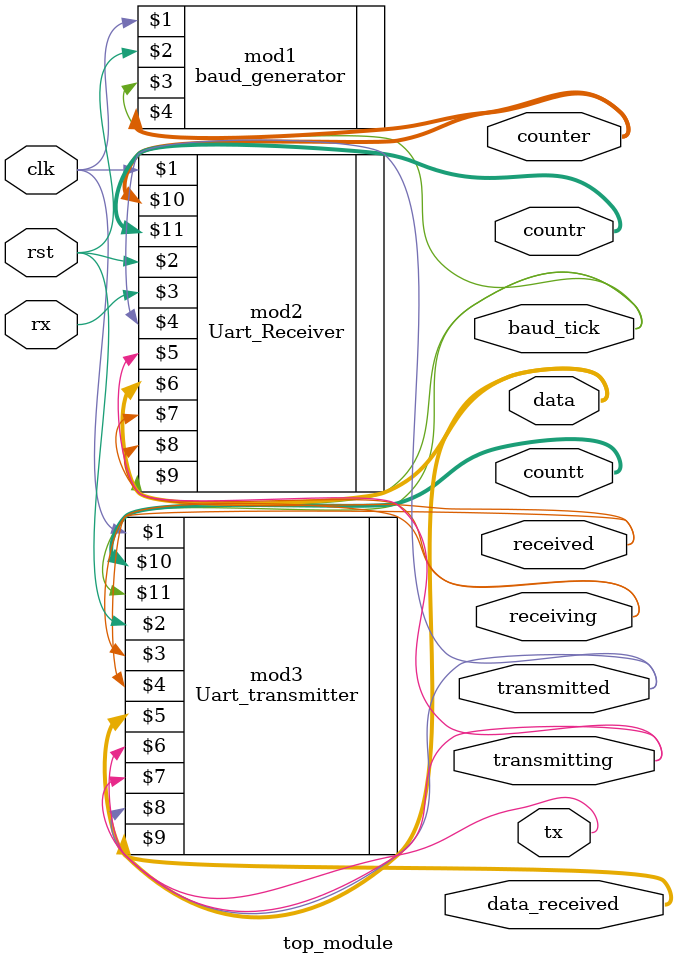
<source format=v>
module top_module(
        
        input clk,
        input rst,
        input rx,
        output tx,
       output receiving,
       output received,
       output transmitting,
        output transmitted,
        output [7:0] data_received,  // data received at computer
        output [7:0] data,
        output [15:0] counter,
        output baud_tick,
        output [3:0] countt,
        output [3:0] countr
        );
        
//        wire receiving;
//        wire received;
//        wire transmitting;
//        wire transmitted;
//        wire [7:0] data_received;
//        wire [7:0] data;
//        wire [15:0] counter;
//        wire baud_tick;
//        wire [3:0] countt;
//        wire [3:0] countr;
        // controller mod0(clk,rst,receiving,received,transmitting,transmitted);
        baud_generator mod1(clk,rst,baud_tick,counter);
        Uart_Receiver mod2(clk,rst,rx,transmitted,transmitting,data,receiving,
                            received,baud_tick,counter,countr);
       
       Uart_transmitter mod3(clk,rst,received,receiving,data,tx,transmitting,
                            transmitted,data_received,countt,baud_tick);
                            
                            
endmodule
</source>
